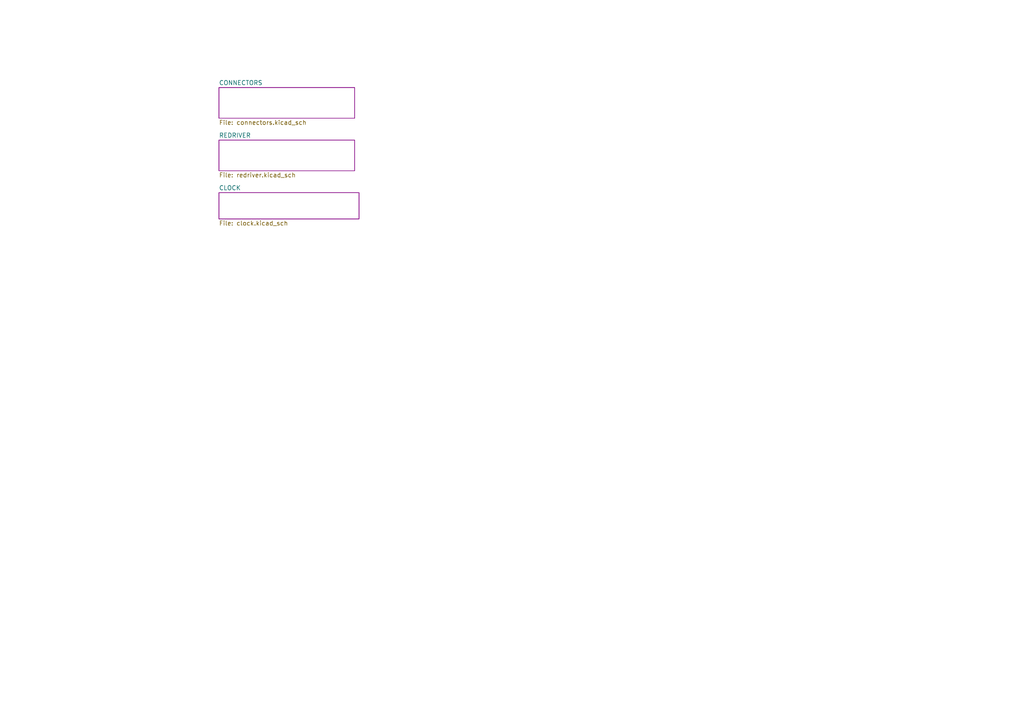
<source format=kicad_sch>
(kicad_sch (version 20200714) (host eeschema "(5.99.0-2858-ga3fc028c9b)")

  (page 2 5)

  (paper "A4")

  (title_block
    (comment 2 "VeSPA - PCIe eval plug")
  )

  (lib_symbols
  )


  (sheet (at 63.5 55.88) (size 40.64 7.62)
    (stroke (width 0) (type solid) (color 132 0 132 1))
    (fill (color 255 255 255 0.0000))
    (uuid 00000000-0000-0000-0000-00005e208d07)
    (property "Sheet name" "CLOCK" (id 0) (at 63.5 55.2445 0)
      (effects (font (size 1.27 1.27)) (justify left bottom))
    )
    (property "Sheet file" "clock.kicad_sch" (id 1) (at 63.5 64.0085 0)
      (effects (font (size 1.27 1.27)) (justify left top))
    )
  )

  (sheet (at 63.5 25.4) (size 39.37 8.89)
    (stroke (width 0) (type solid) (color 132 0 132 1))
    (fill (color 255 255 255 0.0000))
    (uuid 00000000-0000-0000-0000-00005dbd2b73)
    (property "Sheet name" "CONNECTORS" (id 0) (at 63.5 24.7645 0)
      (effects (font (size 1.27 1.27)) (justify left bottom))
    )
    (property "Sheet file" "connectors.kicad_sch" (id 1) (at 63.5 34.7985 0)
      (effects (font (size 1.27 1.27)) (justify left top))
    )
  )

  (sheet (at 63.5 40.64) (size 39.37 8.89)
    (stroke (width 0) (type solid) (color 132 0 132 1))
    (fill (color 255 255 255 0.0000))
    (uuid 00000000-0000-0000-0000-00005dbd2beb)
    (property "Sheet name" "REDRIVER" (id 0) (at 63.5 40.0045 0)
      (effects (font (size 1.27 1.27)) (justify left bottom))
    )
    (property "Sheet file" "redriver.kicad_sch" (id 1) (at 63.5 50.0385 0)
      (effects (font (size 1.27 1.27)) (justify left top))
    )
  )
)

</source>
